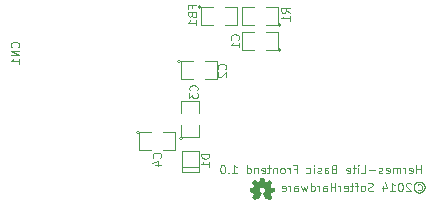
<source format=gbo>
%FSLAX46Y46*%
G04 Gerber Fmt 4.6, Leading zero omitted, Abs format (unit mm)*
G04 Created by KiCad (PCBNEW (2014-08-05 BZR 5054)-product) date Sun 07 Dec 2014 10:22:46 PM PST*
%MOMM*%
G01*
G04 APERTURE LIST*
%ADD10C,0.100000*%
%ADD11C,0.099060*%
%ADD12C,0.002540*%
G04 APERTURE END LIST*
D10*
X40899999Y-40983333D02*
X40966665Y-40950000D01*
X41099999Y-40950000D01*
X41166665Y-40983333D01*
X41233332Y-41050000D01*
X41266665Y-41116667D01*
X41266665Y-41250000D01*
X41233332Y-41316667D01*
X41166665Y-41383333D01*
X41099999Y-41416667D01*
X40966665Y-41416667D01*
X40899999Y-41383333D01*
X41033332Y-40716667D02*
X41199999Y-40750000D01*
X41366665Y-40850000D01*
X41466665Y-41016667D01*
X41499999Y-41183333D01*
X41466665Y-41350000D01*
X41366665Y-41516667D01*
X41199999Y-41616667D01*
X41033332Y-41650000D01*
X40866665Y-41616667D01*
X40699999Y-41516667D01*
X40599999Y-41350000D01*
X40566665Y-41183333D01*
X40599999Y-41016667D01*
X40699999Y-40850000D01*
X40866665Y-40750000D01*
X41033332Y-40716667D01*
X40299999Y-40883333D02*
X40266665Y-40850000D01*
X40199999Y-40816667D01*
X40033332Y-40816667D01*
X39966665Y-40850000D01*
X39933332Y-40883333D01*
X39899999Y-40950000D01*
X39899999Y-41016667D01*
X39933332Y-41116667D01*
X40333332Y-41516667D01*
X39899999Y-41516667D01*
X39466665Y-40816667D02*
X39399998Y-40816667D01*
X39333332Y-40850000D01*
X39299998Y-40883333D01*
X39266665Y-40950000D01*
X39233332Y-41083333D01*
X39233332Y-41250000D01*
X39266665Y-41383333D01*
X39299998Y-41450000D01*
X39333332Y-41483333D01*
X39399998Y-41516667D01*
X39466665Y-41516667D01*
X39533332Y-41483333D01*
X39566665Y-41450000D01*
X39599998Y-41383333D01*
X39633332Y-41250000D01*
X39633332Y-41083333D01*
X39599998Y-40950000D01*
X39566665Y-40883333D01*
X39533332Y-40850000D01*
X39466665Y-40816667D01*
X38566665Y-41516667D02*
X38966665Y-41516667D01*
X38766665Y-41516667D02*
X38766665Y-40816667D01*
X38833331Y-40916667D01*
X38899998Y-40983333D01*
X38966665Y-41016667D01*
X37966664Y-41050000D02*
X37966664Y-41516667D01*
X38133331Y-40783333D02*
X38299998Y-41283333D01*
X37866664Y-41283333D01*
X37099998Y-41483333D02*
X36999998Y-41516667D01*
X36833331Y-41516667D01*
X36766664Y-41483333D01*
X36733331Y-41450000D01*
X36699998Y-41383333D01*
X36699998Y-41316667D01*
X36733331Y-41250000D01*
X36766664Y-41216667D01*
X36833331Y-41183333D01*
X36966664Y-41150000D01*
X37033331Y-41116667D01*
X37066664Y-41083333D01*
X37099998Y-41016667D01*
X37099998Y-40950000D01*
X37066664Y-40883333D01*
X37033331Y-40850000D01*
X36966664Y-40816667D01*
X36799998Y-40816667D01*
X36699998Y-40850000D01*
X36299997Y-41516667D02*
X36366664Y-41483333D01*
X36399997Y-41450000D01*
X36433331Y-41383333D01*
X36433331Y-41183333D01*
X36399997Y-41116667D01*
X36366664Y-41083333D01*
X36299997Y-41050000D01*
X36199997Y-41050000D01*
X36133331Y-41083333D01*
X36099997Y-41116667D01*
X36066664Y-41183333D01*
X36066664Y-41383333D01*
X36099997Y-41450000D01*
X36133331Y-41483333D01*
X36199997Y-41516667D01*
X36299997Y-41516667D01*
X35866664Y-41050000D02*
X35599998Y-41050000D01*
X35766664Y-41516667D02*
X35766664Y-40916667D01*
X35733331Y-40850000D01*
X35666664Y-40816667D01*
X35599998Y-40816667D01*
X35466664Y-41050000D02*
X35199998Y-41050000D01*
X35366664Y-40816667D02*
X35366664Y-41416667D01*
X35333331Y-41483333D01*
X35266664Y-41516667D01*
X35199998Y-41516667D01*
X34699998Y-41483333D02*
X34766664Y-41516667D01*
X34899998Y-41516667D01*
X34966664Y-41483333D01*
X34999998Y-41416667D01*
X34999998Y-41150000D01*
X34966664Y-41083333D01*
X34899998Y-41050000D01*
X34766664Y-41050000D01*
X34699998Y-41083333D01*
X34666664Y-41150000D01*
X34666664Y-41216667D01*
X34999998Y-41283333D01*
X34366664Y-41516667D02*
X34366664Y-41050000D01*
X34366664Y-41183333D02*
X34333331Y-41116667D01*
X34299998Y-41083333D01*
X34233331Y-41050000D01*
X34166664Y-41050000D01*
X33933331Y-41516667D02*
X33933331Y-40816667D01*
X33933331Y-41150000D02*
X33533331Y-41150000D01*
X33533331Y-41516667D02*
X33533331Y-40816667D01*
X32899998Y-41516667D02*
X32899998Y-41150000D01*
X32933332Y-41083333D01*
X32999998Y-41050000D01*
X33133332Y-41050000D01*
X33199998Y-41083333D01*
X32899998Y-41483333D02*
X32966665Y-41516667D01*
X33133332Y-41516667D01*
X33199998Y-41483333D01*
X33233332Y-41416667D01*
X33233332Y-41350000D01*
X33199998Y-41283333D01*
X33133332Y-41250000D01*
X32966665Y-41250000D01*
X32899998Y-41216667D01*
X32566665Y-41516667D02*
X32566665Y-41050000D01*
X32566665Y-41183333D02*
X32533332Y-41116667D01*
X32499999Y-41083333D01*
X32433332Y-41050000D01*
X32366665Y-41050000D01*
X31833332Y-41516667D02*
X31833332Y-40816667D01*
X31833332Y-41483333D02*
X31899999Y-41516667D01*
X32033332Y-41516667D01*
X32099999Y-41483333D01*
X32133332Y-41450000D01*
X32166666Y-41383333D01*
X32166666Y-41183333D01*
X32133332Y-41116667D01*
X32099999Y-41083333D01*
X32033332Y-41050000D01*
X31899999Y-41050000D01*
X31833332Y-41083333D01*
X31566666Y-41050000D02*
X31433333Y-41516667D01*
X31299999Y-41183333D01*
X31166666Y-41516667D01*
X31033333Y-41050000D01*
X30466666Y-41516667D02*
X30466666Y-41150000D01*
X30500000Y-41083333D01*
X30566666Y-41050000D01*
X30700000Y-41050000D01*
X30766666Y-41083333D01*
X30466666Y-41483333D02*
X30533333Y-41516667D01*
X30700000Y-41516667D01*
X30766666Y-41483333D01*
X30800000Y-41416667D01*
X30800000Y-41350000D01*
X30766666Y-41283333D01*
X30700000Y-41250000D01*
X30533333Y-41250000D01*
X30466666Y-41216667D01*
X30133333Y-41516667D02*
X30133333Y-41050000D01*
X30133333Y-41183333D02*
X30100000Y-41116667D01*
X30066667Y-41083333D01*
X30000000Y-41050000D01*
X29933333Y-41050000D01*
X29433334Y-41483333D02*
X29500000Y-41516667D01*
X29633334Y-41516667D01*
X29700000Y-41483333D01*
X29733334Y-41416667D01*
X29733334Y-41150000D01*
X29700000Y-41083333D01*
X29633334Y-41050000D01*
X29500000Y-41050000D01*
X29433334Y-41083333D01*
X29400000Y-41150000D01*
X29400000Y-41216667D01*
X29733334Y-41283333D01*
X41183331Y-40016667D02*
X41183331Y-39316667D01*
X41183331Y-39650000D02*
X40783331Y-39650000D01*
X40783331Y-40016667D02*
X40783331Y-39316667D01*
X40183332Y-39983333D02*
X40249998Y-40016667D01*
X40383332Y-40016667D01*
X40449998Y-39983333D01*
X40483332Y-39916667D01*
X40483332Y-39650000D01*
X40449998Y-39583333D01*
X40383332Y-39550000D01*
X40249998Y-39550000D01*
X40183332Y-39583333D01*
X40149998Y-39650000D01*
X40149998Y-39716667D01*
X40483332Y-39783333D01*
X39849998Y-40016667D02*
X39849998Y-39550000D01*
X39849998Y-39683333D02*
X39816665Y-39616667D01*
X39783332Y-39583333D01*
X39716665Y-39550000D01*
X39649998Y-39550000D01*
X39416665Y-40016667D02*
X39416665Y-39550000D01*
X39416665Y-39616667D02*
X39383332Y-39583333D01*
X39316665Y-39550000D01*
X39216665Y-39550000D01*
X39149999Y-39583333D01*
X39116665Y-39650000D01*
X39116665Y-40016667D01*
X39116665Y-39650000D02*
X39083332Y-39583333D01*
X39016665Y-39550000D01*
X38916665Y-39550000D01*
X38849999Y-39583333D01*
X38816665Y-39650000D01*
X38816665Y-40016667D01*
X38216666Y-39983333D02*
X38283332Y-40016667D01*
X38416666Y-40016667D01*
X38483332Y-39983333D01*
X38516666Y-39916667D01*
X38516666Y-39650000D01*
X38483332Y-39583333D01*
X38416666Y-39550000D01*
X38283332Y-39550000D01*
X38216666Y-39583333D01*
X38183332Y-39650000D01*
X38183332Y-39716667D01*
X38516666Y-39783333D01*
X37916666Y-39983333D02*
X37849999Y-40016667D01*
X37716666Y-40016667D01*
X37649999Y-39983333D01*
X37616666Y-39916667D01*
X37616666Y-39883333D01*
X37649999Y-39816667D01*
X37716666Y-39783333D01*
X37816666Y-39783333D01*
X37883332Y-39750000D01*
X37916666Y-39683333D01*
X37916666Y-39650000D01*
X37883332Y-39583333D01*
X37816666Y-39550000D01*
X37716666Y-39550000D01*
X37649999Y-39583333D01*
X37316665Y-39750000D02*
X36783332Y-39750000D01*
X36116665Y-40016667D02*
X36449998Y-40016667D01*
X36449998Y-39316667D01*
X35883331Y-40016667D02*
X35883331Y-39550000D01*
X35883331Y-39316667D02*
X35916665Y-39350000D01*
X35883331Y-39383333D01*
X35849998Y-39350000D01*
X35883331Y-39316667D01*
X35883331Y-39383333D01*
X35649998Y-39550000D02*
X35383332Y-39550000D01*
X35549998Y-39316667D02*
X35549998Y-39916667D01*
X35516665Y-39983333D01*
X35449998Y-40016667D01*
X35383332Y-40016667D01*
X34883332Y-39983333D02*
X34949998Y-40016667D01*
X35083332Y-40016667D01*
X35149998Y-39983333D01*
X35183332Y-39916667D01*
X35183332Y-39650000D01*
X35149998Y-39583333D01*
X35083332Y-39550000D01*
X34949998Y-39550000D01*
X34883332Y-39583333D01*
X34849998Y-39650000D01*
X34849998Y-39716667D01*
X35183332Y-39783333D01*
X33783332Y-39650000D02*
X33683332Y-39683333D01*
X33649999Y-39716667D01*
X33616665Y-39783333D01*
X33616665Y-39883333D01*
X33649999Y-39950000D01*
X33683332Y-39983333D01*
X33749999Y-40016667D01*
X34016665Y-40016667D01*
X34016665Y-39316667D01*
X33783332Y-39316667D01*
X33716665Y-39350000D01*
X33683332Y-39383333D01*
X33649999Y-39450000D01*
X33649999Y-39516667D01*
X33683332Y-39583333D01*
X33716665Y-39616667D01*
X33783332Y-39650000D01*
X34016665Y-39650000D01*
X33016665Y-40016667D02*
X33016665Y-39650000D01*
X33049999Y-39583333D01*
X33116665Y-39550000D01*
X33249999Y-39550000D01*
X33316665Y-39583333D01*
X33016665Y-39983333D02*
X33083332Y-40016667D01*
X33249999Y-40016667D01*
X33316665Y-39983333D01*
X33349999Y-39916667D01*
X33349999Y-39850000D01*
X33316665Y-39783333D01*
X33249999Y-39750000D01*
X33083332Y-39750000D01*
X33016665Y-39716667D01*
X32716666Y-39983333D02*
X32649999Y-40016667D01*
X32516666Y-40016667D01*
X32449999Y-39983333D01*
X32416666Y-39916667D01*
X32416666Y-39883333D01*
X32449999Y-39816667D01*
X32516666Y-39783333D01*
X32616666Y-39783333D01*
X32683332Y-39750000D01*
X32716666Y-39683333D01*
X32716666Y-39650000D01*
X32683332Y-39583333D01*
X32616666Y-39550000D01*
X32516666Y-39550000D01*
X32449999Y-39583333D01*
X32116665Y-40016667D02*
X32116665Y-39550000D01*
X32116665Y-39316667D02*
X32149999Y-39350000D01*
X32116665Y-39383333D01*
X32083332Y-39350000D01*
X32116665Y-39316667D01*
X32116665Y-39383333D01*
X31483332Y-39983333D02*
X31549999Y-40016667D01*
X31683332Y-40016667D01*
X31749999Y-39983333D01*
X31783332Y-39950000D01*
X31816666Y-39883333D01*
X31816666Y-39683333D01*
X31783332Y-39616667D01*
X31749999Y-39583333D01*
X31683332Y-39550000D01*
X31549999Y-39550000D01*
X31483332Y-39583333D01*
X30416666Y-39650000D02*
X30649999Y-39650000D01*
X30649999Y-40016667D02*
X30649999Y-39316667D01*
X30316666Y-39316667D01*
X30049999Y-40016667D02*
X30049999Y-39550000D01*
X30049999Y-39683333D02*
X30016666Y-39616667D01*
X29983333Y-39583333D01*
X29916666Y-39550000D01*
X29849999Y-39550000D01*
X29516666Y-40016667D02*
X29583333Y-39983333D01*
X29616666Y-39950000D01*
X29650000Y-39883333D01*
X29650000Y-39683333D01*
X29616666Y-39616667D01*
X29583333Y-39583333D01*
X29516666Y-39550000D01*
X29416666Y-39550000D01*
X29350000Y-39583333D01*
X29316666Y-39616667D01*
X29283333Y-39683333D01*
X29283333Y-39883333D01*
X29316666Y-39950000D01*
X29350000Y-39983333D01*
X29416666Y-40016667D01*
X29516666Y-40016667D01*
X28983333Y-39550000D02*
X28983333Y-40016667D01*
X28983333Y-39616667D02*
X28950000Y-39583333D01*
X28883333Y-39550000D01*
X28783333Y-39550000D01*
X28716667Y-39583333D01*
X28683333Y-39650000D01*
X28683333Y-40016667D01*
X28450000Y-39550000D02*
X28183334Y-39550000D01*
X28350000Y-39316667D02*
X28350000Y-39916667D01*
X28316667Y-39983333D01*
X28250000Y-40016667D01*
X28183334Y-40016667D01*
X27683334Y-39983333D02*
X27750000Y-40016667D01*
X27883334Y-40016667D01*
X27950000Y-39983333D01*
X27983334Y-39916667D01*
X27983334Y-39650000D01*
X27950000Y-39583333D01*
X27883334Y-39550000D01*
X27750000Y-39550000D01*
X27683334Y-39583333D01*
X27650000Y-39650000D01*
X27650000Y-39716667D01*
X27983334Y-39783333D01*
X27350000Y-39550000D02*
X27350000Y-40016667D01*
X27350000Y-39616667D02*
X27316667Y-39583333D01*
X27250000Y-39550000D01*
X27150000Y-39550000D01*
X27083334Y-39583333D01*
X27050000Y-39650000D01*
X27050000Y-40016667D01*
X26416667Y-40016667D02*
X26416667Y-39316667D01*
X26416667Y-39983333D02*
X26483334Y-40016667D01*
X26616667Y-40016667D01*
X26683334Y-39983333D01*
X26716667Y-39950000D01*
X26750001Y-39883333D01*
X26750001Y-39683333D01*
X26716667Y-39616667D01*
X26683334Y-39583333D01*
X26616667Y-39550000D01*
X26483334Y-39550000D01*
X26416667Y-39583333D01*
X25183335Y-40016667D02*
X25583335Y-40016667D01*
X25383335Y-40016667D02*
X25383335Y-39316667D01*
X25450001Y-39416667D01*
X25516668Y-39483333D01*
X25583335Y-39516667D01*
X24883334Y-39950000D02*
X24850001Y-39983333D01*
X24883334Y-40016667D01*
X24916668Y-39983333D01*
X24883334Y-39950000D01*
X24883334Y-40016667D01*
X24416668Y-39316667D02*
X24350001Y-39316667D01*
X24283335Y-39350000D01*
X24250001Y-39383333D01*
X24216668Y-39450000D01*
X24183335Y-39583333D01*
X24183335Y-39750000D01*
X24216668Y-39883333D01*
X24250001Y-39950000D01*
X24283335Y-39983333D01*
X24350001Y-40016667D01*
X24416668Y-40016667D01*
X24483335Y-39983333D01*
X24516668Y-39950000D01*
X24550001Y-39883333D01*
X24583335Y-39750000D01*
X24583335Y-39583333D01*
X24550001Y-39450000D01*
X24516668Y-39383333D01*
X24483335Y-39350000D01*
X24416668Y-39316667D01*
D11*
X29328000Y-29562000D02*
G75*
G03X29328000Y-29562000I-127000J0D01*
G74*
G01*
X28058000Y-29562000D02*
X29074000Y-29562000D01*
X29074000Y-29562000D02*
X29074000Y-28038000D01*
X29074000Y-28038000D02*
X28058000Y-28038000D01*
X27042000Y-28038000D02*
X26026000Y-28038000D01*
X26026000Y-28038000D02*
X26026000Y-29562000D01*
X26026000Y-29562000D02*
X27042000Y-29562000D01*
X20826000Y-30538000D02*
G75*
G03X20826000Y-30538000I-127000J0D01*
G74*
G01*
X21842000Y-30538000D02*
X20826000Y-30538000D01*
X20826000Y-30538000D02*
X20826000Y-32062000D01*
X20826000Y-32062000D02*
X21842000Y-32062000D01*
X22858000Y-32062000D02*
X23874000Y-32062000D01*
X23874000Y-32062000D02*
X23874000Y-30538000D01*
X23874000Y-30538000D02*
X22858000Y-30538000D01*
X21015000Y-37051000D02*
G75*
G03X21015000Y-37051000I-127000J0D01*
G74*
G01*
X20888000Y-35908000D02*
X20888000Y-36924000D01*
X20888000Y-36924000D02*
X22412000Y-36924000D01*
X22412000Y-36924000D02*
X22412000Y-35908000D01*
X22412000Y-34892000D02*
X22412000Y-33876000D01*
X22412000Y-33876000D02*
X20888000Y-33876000D01*
X20888000Y-33876000D02*
X20888000Y-34892000D01*
X17326000Y-36538000D02*
G75*
G03X17326000Y-36538000I-127000J0D01*
G74*
G01*
X18342000Y-36538000D02*
X17326000Y-36538000D01*
X17326000Y-36538000D02*
X17326000Y-38062000D01*
X17326000Y-38062000D02*
X18342000Y-38062000D01*
X19358000Y-38062000D02*
X20374000Y-38062000D01*
X20374000Y-38062000D02*
X20374000Y-36538000D01*
X20374000Y-36538000D02*
X19358000Y-36538000D01*
D10*
X20948960Y-39500380D02*
X22351040Y-39500380D01*
X20948960Y-39899160D02*
X20948960Y-38100840D01*
X20948960Y-38100840D02*
X22351040Y-38100840D01*
X22351040Y-38100840D02*
X22351040Y-39899160D01*
X22351040Y-39899160D02*
X20948960Y-39899160D01*
D11*
X22576000Y-25938000D02*
G75*
G03X22576000Y-25938000I-127000J0D01*
G74*
G01*
X23592000Y-25938000D02*
X22576000Y-25938000D01*
X22576000Y-25938000D02*
X22576000Y-27462000D01*
X22576000Y-27462000D02*
X23592000Y-27462000D01*
X24608000Y-27462000D02*
X25624000Y-27462000D01*
X25624000Y-27462000D02*
X25624000Y-25938000D01*
X25624000Y-25938000D02*
X24608000Y-25938000D01*
X29328000Y-27462000D02*
G75*
G03X29328000Y-27462000I-127000J0D01*
G74*
G01*
X28058000Y-27462000D02*
X29074000Y-27462000D01*
X29074000Y-27462000D02*
X29074000Y-25938000D01*
X29074000Y-25938000D02*
X28058000Y-25938000D01*
X27042000Y-25938000D02*
X26026000Y-25938000D01*
X26026000Y-25938000D02*
X26026000Y-27462000D01*
X26026000Y-27462000D02*
X27042000Y-27462000D01*
D12*
G36*
X27095480Y-42196620D02*
X27105640Y-42191540D01*
X27128500Y-42176300D01*
X27161520Y-42155980D01*
X27202160Y-42128040D01*
X27240260Y-42102640D01*
X27273280Y-42079780D01*
X27296140Y-42064540D01*
X27306300Y-42059460D01*
X27311380Y-42062000D01*
X27329160Y-42072160D01*
X27357100Y-42084860D01*
X27372340Y-42092480D01*
X27397740Y-42105180D01*
X27410440Y-42107720D01*
X27412980Y-42102640D01*
X27423140Y-42084860D01*
X27435840Y-42051840D01*
X27456160Y-42008660D01*
X27476480Y-41957860D01*
X27499340Y-41901980D01*
X27522200Y-41846100D01*
X27545060Y-41792760D01*
X27565380Y-41744500D01*
X27580620Y-41706400D01*
X27590780Y-41678460D01*
X27595860Y-41668300D01*
X27593320Y-41665760D01*
X27580620Y-41653060D01*
X27560300Y-41637820D01*
X27512040Y-41597180D01*
X27466320Y-41538760D01*
X27435840Y-41472720D01*
X27428220Y-41399060D01*
X27435840Y-41333020D01*
X27461240Y-41269520D01*
X27506960Y-41208560D01*
X27562840Y-41165380D01*
X27628880Y-41137440D01*
X27700000Y-41129820D01*
X27768580Y-41137440D01*
X27834620Y-41162840D01*
X27895580Y-41208560D01*
X27918440Y-41236500D01*
X27954000Y-41297460D01*
X27974320Y-41358420D01*
X27974320Y-41373660D01*
X27971780Y-41444780D01*
X27951460Y-41513360D01*
X27915900Y-41571780D01*
X27862560Y-41622580D01*
X27857480Y-41627660D01*
X27832080Y-41645440D01*
X27816840Y-41655600D01*
X27804140Y-41665760D01*
X27893040Y-41881660D01*
X27908280Y-41917220D01*
X27933680Y-41975640D01*
X27954000Y-42026440D01*
X27971780Y-42067080D01*
X27984480Y-42092480D01*
X27989560Y-42105180D01*
X27989560Y-42105180D01*
X27997180Y-42105180D01*
X28012420Y-42100100D01*
X28042900Y-42084860D01*
X28063220Y-42074700D01*
X28086080Y-42064540D01*
X28096240Y-42059460D01*
X28106400Y-42064540D01*
X28126720Y-42079780D01*
X28159740Y-42100100D01*
X28197840Y-42125500D01*
X28233400Y-42150900D01*
X28268960Y-42173760D01*
X28291820Y-42189000D01*
X28304520Y-42196620D01*
X28307060Y-42196620D01*
X28317220Y-42189000D01*
X28337540Y-42173760D01*
X28365480Y-42145820D01*
X28406120Y-42105180D01*
X28413740Y-42100100D01*
X28446760Y-42064540D01*
X28474700Y-42034060D01*
X28495020Y-42013740D01*
X28500100Y-42006120D01*
X28500100Y-42006120D01*
X28495020Y-41993420D01*
X28479780Y-41968020D01*
X28456920Y-41935000D01*
X28428980Y-41894360D01*
X28357860Y-41790220D01*
X28398500Y-41693700D01*
X28408660Y-41663220D01*
X28423900Y-41627660D01*
X28436600Y-41602260D01*
X28441680Y-41589560D01*
X28451840Y-41587020D01*
X28479780Y-41579400D01*
X28517880Y-41571780D01*
X28563600Y-41564160D01*
X28609320Y-41554000D01*
X28647420Y-41546380D01*
X28677900Y-41541300D01*
X28690600Y-41538760D01*
X28693140Y-41536220D01*
X28695680Y-41531140D01*
X28698220Y-41518440D01*
X28698220Y-41493040D01*
X28698220Y-41454940D01*
X28698220Y-41399060D01*
X28698220Y-41393980D01*
X28698220Y-41340640D01*
X28698220Y-41300000D01*
X28695680Y-41274600D01*
X28693140Y-41264440D01*
X28693140Y-41264440D01*
X28680440Y-41259360D01*
X28652500Y-41254280D01*
X28614400Y-41246660D01*
X28566140Y-41236500D01*
X28563600Y-41236500D01*
X28515340Y-41228880D01*
X28477240Y-41218720D01*
X28449300Y-41213640D01*
X28436600Y-41208560D01*
X28434060Y-41206020D01*
X28423900Y-41188240D01*
X28411200Y-41157760D01*
X28395960Y-41122200D01*
X28380720Y-41086640D01*
X28365480Y-41051080D01*
X28357860Y-41028220D01*
X28355320Y-41015520D01*
X28355320Y-41015520D01*
X28362940Y-41005360D01*
X28378180Y-40979960D01*
X28401040Y-40946940D01*
X28428980Y-40906300D01*
X28431520Y-40901220D01*
X28459460Y-40863120D01*
X28479780Y-40827560D01*
X28495020Y-40804700D01*
X28500100Y-40794540D01*
X28500100Y-40792000D01*
X28492480Y-40781840D01*
X28472160Y-40758980D01*
X28441680Y-40728500D01*
X28406120Y-40692940D01*
X28395960Y-40682780D01*
X28357860Y-40644680D01*
X28329920Y-40619280D01*
X28312140Y-40606580D01*
X28304520Y-40601500D01*
X28304520Y-40604040D01*
X28291820Y-40609120D01*
X28266420Y-40626900D01*
X28233400Y-40649760D01*
X28192760Y-40677700D01*
X28190220Y-40680240D01*
X28149580Y-40705640D01*
X28116560Y-40728500D01*
X28093700Y-40743740D01*
X28083540Y-40751360D01*
X28081000Y-40751360D01*
X28065760Y-40746280D01*
X28035280Y-40736120D01*
X28002260Y-40723420D01*
X27964160Y-40708180D01*
X27931140Y-40692940D01*
X27905740Y-40682780D01*
X27893040Y-40675160D01*
X27893040Y-40675160D01*
X27887960Y-40659920D01*
X27882880Y-40629440D01*
X27872720Y-40588800D01*
X27865100Y-40540540D01*
X27862560Y-40532920D01*
X27854940Y-40484660D01*
X27847320Y-40446560D01*
X27839700Y-40418620D01*
X27837160Y-40405920D01*
X27832080Y-40405920D01*
X27806680Y-40403380D01*
X27771120Y-40403380D01*
X27727940Y-40403380D01*
X27684760Y-40403380D01*
X27641580Y-40403380D01*
X27603480Y-40405920D01*
X27578080Y-40405920D01*
X27565380Y-40408460D01*
X27565380Y-40411000D01*
X27560300Y-40423700D01*
X27555220Y-40454180D01*
X27545060Y-40494820D01*
X27537440Y-40545620D01*
X27534900Y-40553240D01*
X27527280Y-40601500D01*
X27517120Y-40639600D01*
X27512040Y-40667540D01*
X27509500Y-40677700D01*
X27504420Y-40680240D01*
X27486640Y-40687860D01*
X27453620Y-40700560D01*
X27412980Y-40718340D01*
X27321540Y-40753900D01*
X27209780Y-40677700D01*
X27199620Y-40670080D01*
X27158980Y-40642140D01*
X27125960Y-40621820D01*
X27103100Y-40606580D01*
X27092940Y-40601500D01*
X27092940Y-40601500D01*
X27082780Y-40611660D01*
X27059920Y-40631980D01*
X27029440Y-40662460D01*
X26993880Y-40695480D01*
X26968480Y-40723420D01*
X26938000Y-40753900D01*
X26917680Y-40774220D01*
X26907520Y-40789460D01*
X26902440Y-40797080D01*
X26904980Y-40802160D01*
X26910060Y-40814860D01*
X26927840Y-40837720D01*
X26950700Y-40873280D01*
X26978640Y-40911380D01*
X27001500Y-40946940D01*
X27024360Y-40982500D01*
X27039600Y-41010440D01*
X27047220Y-41023140D01*
X27044680Y-41028220D01*
X27037060Y-41051080D01*
X27024360Y-41084100D01*
X27006580Y-41124740D01*
X26968480Y-41213640D01*
X26910060Y-41223800D01*
X26874500Y-41231420D01*
X26823700Y-41239040D01*
X26777980Y-41249200D01*
X26704320Y-41264440D01*
X26701780Y-41531140D01*
X26711940Y-41536220D01*
X26724640Y-41541300D01*
X26750040Y-41546380D01*
X26790680Y-41554000D01*
X26836400Y-41561620D01*
X26874500Y-41569240D01*
X26915140Y-41576860D01*
X26943080Y-41581940D01*
X26955780Y-41584480D01*
X26958320Y-41589560D01*
X26968480Y-41609880D01*
X26983720Y-41640360D01*
X26998960Y-41675920D01*
X27014200Y-41714020D01*
X27026900Y-41749580D01*
X27037060Y-41774980D01*
X27042140Y-41790220D01*
X27037060Y-41800380D01*
X27021820Y-41823240D01*
X26998960Y-41856260D01*
X26973560Y-41894360D01*
X26945620Y-41935000D01*
X26922760Y-41968020D01*
X26907520Y-41993420D01*
X26899900Y-42003580D01*
X26904980Y-42011200D01*
X26920220Y-42028980D01*
X26948160Y-42059460D01*
X26993880Y-42105180D01*
X27001500Y-42110260D01*
X27034520Y-42145820D01*
X27065000Y-42171220D01*
X27085320Y-42191540D01*
X27095480Y-42196620D01*
X27095480Y-42196620D01*
G37*
X27095480Y-42196620D02*
X27105640Y-42191540D01*
X27128500Y-42176300D01*
X27161520Y-42155980D01*
X27202160Y-42128040D01*
X27240260Y-42102640D01*
X27273280Y-42079780D01*
X27296140Y-42064540D01*
X27306300Y-42059460D01*
X27311380Y-42062000D01*
X27329160Y-42072160D01*
X27357100Y-42084860D01*
X27372340Y-42092480D01*
X27397740Y-42105180D01*
X27410440Y-42107720D01*
X27412980Y-42102640D01*
X27423140Y-42084860D01*
X27435840Y-42051840D01*
X27456160Y-42008660D01*
X27476480Y-41957860D01*
X27499340Y-41901980D01*
X27522200Y-41846100D01*
X27545060Y-41792760D01*
X27565380Y-41744500D01*
X27580620Y-41706400D01*
X27590780Y-41678460D01*
X27595860Y-41668300D01*
X27593320Y-41665760D01*
X27580620Y-41653060D01*
X27560300Y-41637820D01*
X27512040Y-41597180D01*
X27466320Y-41538760D01*
X27435840Y-41472720D01*
X27428220Y-41399060D01*
X27435840Y-41333020D01*
X27461240Y-41269520D01*
X27506960Y-41208560D01*
X27562840Y-41165380D01*
X27628880Y-41137440D01*
X27700000Y-41129820D01*
X27768580Y-41137440D01*
X27834620Y-41162840D01*
X27895580Y-41208560D01*
X27918440Y-41236500D01*
X27954000Y-41297460D01*
X27974320Y-41358420D01*
X27974320Y-41373660D01*
X27971780Y-41444780D01*
X27951460Y-41513360D01*
X27915900Y-41571780D01*
X27862560Y-41622580D01*
X27857480Y-41627660D01*
X27832080Y-41645440D01*
X27816840Y-41655600D01*
X27804140Y-41665760D01*
X27893040Y-41881660D01*
X27908280Y-41917220D01*
X27933680Y-41975640D01*
X27954000Y-42026440D01*
X27971780Y-42067080D01*
X27984480Y-42092480D01*
X27989560Y-42105180D01*
X27989560Y-42105180D01*
X27997180Y-42105180D01*
X28012420Y-42100100D01*
X28042900Y-42084860D01*
X28063220Y-42074700D01*
X28086080Y-42064540D01*
X28096240Y-42059460D01*
X28106400Y-42064540D01*
X28126720Y-42079780D01*
X28159740Y-42100100D01*
X28197840Y-42125500D01*
X28233400Y-42150900D01*
X28268960Y-42173760D01*
X28291820Y-42189000D01*
X28304520Y-42196620D01*
X28307060Y-42196620D01*
X28317220Y-42189000D01*
X28337540Y-42173760D01*
X28365480Y-42145820D01*
X28406120Y-42105180D01*
X28413740Y-42100100D01*
X28446760Y-42064540D01*
X28474700Y-42034060D01*
X28495020Y-42013740D01*
X28500100Y-42006120D01*
X28500100Y-42006120D01*
X28495020Y-41993420D01*
X28479780Y-41968020D01*
X28456920Y-41935000D01*
X28428980Y-41894360D01*
X28357860Y-41790220D01*
X28398500Y-41693700D01*
X28408660Y-41663220D01*
X28423900Y-41627660D01*
X28436600Y-41602260D01*
X28441680Y-41589560D01*
X28451840Y-41587020D01*
X28479780Y-41579400D01*
X28517880Y-41571780D01*
X28563600Y-41564160D01*
X28609320Y-41554000D01*
X28647420Y-41546380D01*
X28677900Y-41541300D01*
X28690600Y-41538760D01*
X28693140Y-41536220D01*
X28695680Y-41531140D01*
X28698220Y-41518440D01*
X28698220Y-41493040D01*
X28698220Y-41454940D01*
X28698220Y-41399060D01*
X28698220Y-41393980D01*
X28698220Y-41340640D01*
X28698220Y-41300000D01*
X28695680Y-41274600D01*
X28693140Y-41264440D01*
X28693140Y-41264440D01*
X28680440Y-41259360D01*
X28652500Y-41254280D01*
X28614400Y-41246660D01*
X28566140Y-41236500D01*
X28563600Y-41236500D01*
X28515340Y-41228880D01*
X28477240Y-41218720D01*
X28449300Y-41213640D01*
X28436600Y-41208560D01*
X28434060Y-41206020D01*
X28423900Y-41188240D01*
X28411200Y-41157760D01*
X28395960Y-41122200D01*
X28380720Y-41086640D01*
X28365480Y-41051080D01*
X28357860Y-41028220D01*
X28355320Y-41015520D01*
X28355320Y-41015520D01*
X28362940Y-41005360D01*
X28378180Y-40979960D01*
X28401040Y-40946940D01*
X28428980Y-40906300D01*
X28431520Y-40901220D01*
X28459460Y-40863120D01*
X28479780Y-40827560D01*
X28495020Y-40804700D01*
X28500100Y-40794540D01*
X28500100Y-40792000D01*
X28492480Y-40781840D01*
X28472160Y-40758980D01*
X28441680Y-40728500D01*
X28406120Y-40692940D01*
X28395960Y-40682780D01*
X28357860Y-40644680D01*
X28329920Y-40619280D01*
X28312140Y-40606580D01*
X28304520Y-40601500D01*
X28304520Y-40604040D01*
X28291820Y-40609120D01*
X28266420Y-40626900D01*
X28233400Y-40649760D01*
X28192760Y-40677700D01*
X28190220Y-40680240D01*
X28149580Y-40705640D01*
X28116560Y-40728500D01*
X28093700Y-40743740D01*
X28083540Y-40751360D01*
X28081000Y-40751360D01*
X28065760Y-40746280D01*
X28035280Y-40736120D01*
X28002260Y-40723420D01*
X27964160Y-40708180D01*
X27931140Y-40692940D01*
X27905740Y-40682780D01*
X27893040Y-40675160D01*
X27893040Y-40675160D01*
X27887960Y-40659920D01*
X27882880Y-40629440D01*
X27872720Y-40588800D01*
X27865100Y-40540540D01*
X27862560Y-40532920D01*
X27854940Y-40484660D01*
X27847320Y-40446560D01*
X27839700Y-40418620D01*
X27837160Y-40405920D01*
X27832080Y-40405920D01*
X27806680Y-40403380D01*
X27771120Y-40403380D01*
X27727940Y-40403380D01*
X27684760Y-40403380D01*
X27641580Y-40403380D01*
X27603480Y-40405920D01*
X27578080Y-40405920D01*
X27565380Y-40408460D01*
X27565380Y-40411000D01*
X27560300Y-40423700D01*
X27555220Y-40454180D01*
X27545060Y-40494820D01*
X27537440Y-40545620D01*
X27534900Y-40553240D01*
X27527280Y-40601500D01*
X27517120Y-40639600D01*
X27512040Y-40667540D01*
X27509500Y-40677700D01*
X27504420Y-40680240D01*
X27486640Y-40687860D01*
X27453620Y-40700560D01*
X27412980Y-40718340D01*
X27321540Y-40753900D01*
X27209780Y-40677700D01*
X27199620Y-40670080D01*
X27158980Y-40642140D01*
X27125960Y-40621820D01*
X27103100Y-40606580D01*
X27092940Y-40601500D01*
X27092940Y-40601500D01*
X27082780Y-40611660D01*
X27059920Y-40631980D01*
X27029440Y-40662460D01*
X26993880Y-40695480D01*
X26968480Y-40723420D01*
X26938000Y-40753900D01*
X26917680Y-40774220D01*
X26907520Y-40789460D01*
X26902440Y-40797080D01*
X26904980Y-40802160D01*
X26910060Y-40814860D01*
X26927840Y-40837720D01*
X26950700Y-40873280D01*
X26978640Y-40911380D01*
X27001500Y-40946940D01*
X27024360Y-40982500D01*
X27039600Y-41010440D01*
X27047220Y-41023140D01*
X27044680Y-41028220D01*
X27037060Y-41051080D01*
X27024360Y-41084100D01*
X27006580Y-41124740D01*
X26968480Y-41213640D01*
X26910060Y-41223800D01*
X26874500Y-41231420D01*
X26823700Y-41239040D01*
X26777980Y-41249200D01*
X26704320Y-41264440D01*
X26701780Y-41531140D01*
X26711940Y-41536220D01*
X26724640Y-41541300D01*
X26750040Y-41546380D01*
X26790680Y-41554000D01*
X26836400Y-41561620D01*
X26874500Y-41569240D01*
X26915140Y-41576860D01*
X26943080Y-41581940D01*
X26955780Y-41584480D01*
X26958320Y-41589560D01*
X26968480Y-41609880D01*
X26983720Y-41640360D01*
X26998960Y-41675920D01*
X27014200Y-41714020D01*
X27026900Y-41749580D01*
X27037060Y-41774980D01*
X27042140Y-41790220D01*
X27037060Y-41800380D01*
X27021820Y-41823240D01*
X26998960Y-41856260D01*
X26973560Y-41894360D01*
X26945620Y-41935000D01*
X26922760Y-41968020D01*
X26907520Y-41993420D01*
X26899900Y-42003580D01*
X26904980Y-42011200D01*
X26920220Y-42028980D01*
X26948160Y-42059460D01*
X26993880Y-42105180D01*
X27001500Y-42110260D01*
X27034520Y-42145820D01*
X27065000Y-42171220D01*
X27085320Y-42191540D01*
X27095480Y-42196620D01*
D10*
X25700000Y-28683334D02*
X25733333Y-28650000D01*
X25766667Y-28550000D01*
X25766667Y-28483334D01*
X25733333Y-28383334D01*
X25666667Y-28316667D01*
X25600000Y-28283334D01*
X25466667Y-28250000D01*
X25366667Y-28250000D01*
X25233333Y-28283334D01*
X25166667Y-28316667D01*
X25100000Y-28383334D01*
X25066667Y-28483334D01*
X25066667Y-28550000D01*
X25100000Y-28650000D01*
X25133333Y-28683334D01*
X25766667Y-29350000D02*
X25766667Y-28950000D01*
X25766667Y-29150000D02*
X25066667Y-29150000D01*
X25166667Y-29083334D01*
X25233333Y-29016667D01*
X25266667Y-28950000D01*
X24600000Y-31183334D02*
X24633333Y-31150000D01*
X24666667Y-31050000D01*
X24666667Y-30983334D01*
X24633333Y-30883334D01*
X24566667Y-30816667D01*
X24500000Y-30783334D01*
X24366667Y-30750000D01*
X24266667Y-30750000D01*
X24133333Y-30783334D01*
X24066667Y-30816667D01*
X24000000Y-30883334D01*
X23966667Y-30983334D01*
X23966667Y-31050000D01*
X24000000Y-31150000D01*
X24033333Y-31183334D01*
X24033333Y-31450000D02*
X24000000Y-31483334D01*
X23966667Y-31550000D01*
X23966667Y-31716667D01*
X24000000Y-31783334D01*
X24033333Y-31816667D01*
X24100000Y-31850000D01*
X24166667Y-31850000D01*
X24266667Y-31816667D01*
X24666667Y-31416667D01*
X24666667Y-31850000D01*
X22200000Y-32983334D02*
X22233333Y-32950000D01*
X22266667Y-32850000D01*
X22266667Y-32783334D01*
X22233333Y-32683334D01*
X22166667Y-32616667D01*
X22100000Y-32583334D01*
X21966667Y-32550000D01*
X21866667Y-32550000D01*
X21733333Y-32583334D01*
X21666667Y-32616667D01*
X21600000Y-32683334D01*
X21566667Y-32783334D01*
X21566667Y-32850000D01*
X21600000Y-32950000D01*
X21633333Y-32983334D01*
X21566667Y-33216667D02*
X21566667Y-33650000D01*
X21833333Y-33416667D01*
X21833333Y-33516667D01*
X21866667Y-33583334D01*
X21900000Y-33616667D01*
X21966667Y-33650000D01*
X22133333Y-33650000D01*
X22200000Y-33616667D01*
X22233333Y-33583334D01*
X22266667Y-33516667D01*
X22266667Y-33316667D01*
X22233333Y-33250000D01*
X22200000Y-33216667D01*
X19100000Y-38683334D02*
X19133333Y-38650000D01*
X19166667Y-38550000D01*
X19166667Y-38483334D01*
X19133333Y-38383334D01*
X19066667Y-38316667D01*
X19000000Y-38283334D01*
X18866667Y-38250000D01*
X18766667Y-38250000D01*
X18633333Y-38283334D01*
X18566667Y-38316667D01*
X18500000Y-38383334D01*
X18466667Y-38483334D01*
X18466667Y-38550000D01*
X18500000Y-38650000D01*
X18533333Y-38683334D01*
X18700000Y-39283334D02*
X19166667Y-39283334D01*
X18433333Y-39116667D02*
X18933333Y-38950000D01*
X18933333Y-39383334D01*
X23266667Y-38383334D02*
X22566667Y-38383334D01*
X22566667Y-38550000D01*
X22600000Y-38650000D01*
X22666667Y-38716667D01*
X22733333Y-38750000D01*
X22866667Y-38783334D01*
X22966667Y-38783334D01*
X23100000Y-38750000D01*
X23166667Y-38716667D01*
X23233333Y-38650000D01*
X23266667Y-38550000D01*
X23266667Y-38383334D01*
X23266667Y-39450000D02*
X23266667Y-39050000D01*
X23266667Y-39250000D02*
X22566667Y-39250000D01*
X22666667Y-39183334D01*
X22733333Y-39116667D01*
X22766667Y-39050000D01*
X21800000Y-26016667D02*
X21800000Y-25783334D01*
X22166667Y-25783334D02*
X21466667Y-25783334D01*
X21466667Y-26116667D01*
X21800000Y-26616667D02*
X21833333Y-26716667D01*
X21866667Y-26750000D01*
X21933333Y-26783334D01*
X22033333Y-26783334D01*
X22100000Y-26750000D01*
X22133333Y-26716667D01*
X22166667Y-26650000D01*
X22166667Y-26383334D01*
X21466667Y-26383334D01*
X21466667Y-26616667D01*
X21500000Y-26683334D01*
X21533333Y-26716667D01*
X21600000Y-26750000D01*
X21666667Y-26750000D01*
X21733333Y-26716667D01*
X21766667Y-26683334D01*
X21800000Y-26616667D01*
X21800000Y-26383334D01*
X22166667Y-27450000D02*
X22166667Y-27050000D01*
X22166667Y-27250000D02*
X21466667Y-27250000D01*
X21566667Y-27183334D01*
X21633333Y-27116667D01*
X21666667Y-27050000D01*
X30066667Y-26433334D02*
X29733333Y-26200000D01*
X30066667Y-26033334D02*
X29366667Y-26033334D01*
X29366667Y-26300000D01*
X29400000Y-26366667D01*
X29433333Y-26400000D01*
X29500000Y-26433334D01*
X29600000Y-26433334D01*
X29666667Y-26400000D01*
X29700000Y-26366667D01*
X29733333Y-26300000D01*
X29733333Y-26033334D01*
X30066667Y-27100000D02*
X30066667Y-26700000D01*
X30066667Y-26900000D02*
X29366667Y-26900000D01*
X29466667Y-26833334D01*
X29533333Y-26766667D01*
X29566667Y-26700000D01*
X7100000Y-29316667D02*
X7133333Y-29283333D01*
X7166667Y-29183333D01*
X7166667Y-29116667D01*
X7133333Y-29016667D01*
X7066667Y-28950000D01*
X7000000Y-28916667D01*
X6866667Y-28883333D01*
X6766667Y-28883333D01*
X6633333Y-28916667D01*
X6566667Y-28950000D01*
X6500000Y-29016667D01*
X6466667Y-29116667D01*
X6466667Y-29183333D01*
X6500000Y-29283333D01*
X6533333Y-29316667D01*
X7166667Y-29616667D02*
X6466667Y-29616667D01*
X7166667Y-30016667D01*
X6466667Y-30016667D01*
X7166667Y-30716666D02*
X7166667Y-30316666D01*
X7166667Y-30516666D02*
X6466667Y-30516666D01*
X6566667Y-30450000D01*
X6633333Y-30383333D01*
X6666667Y-30316666D01*
M02*

</source>
